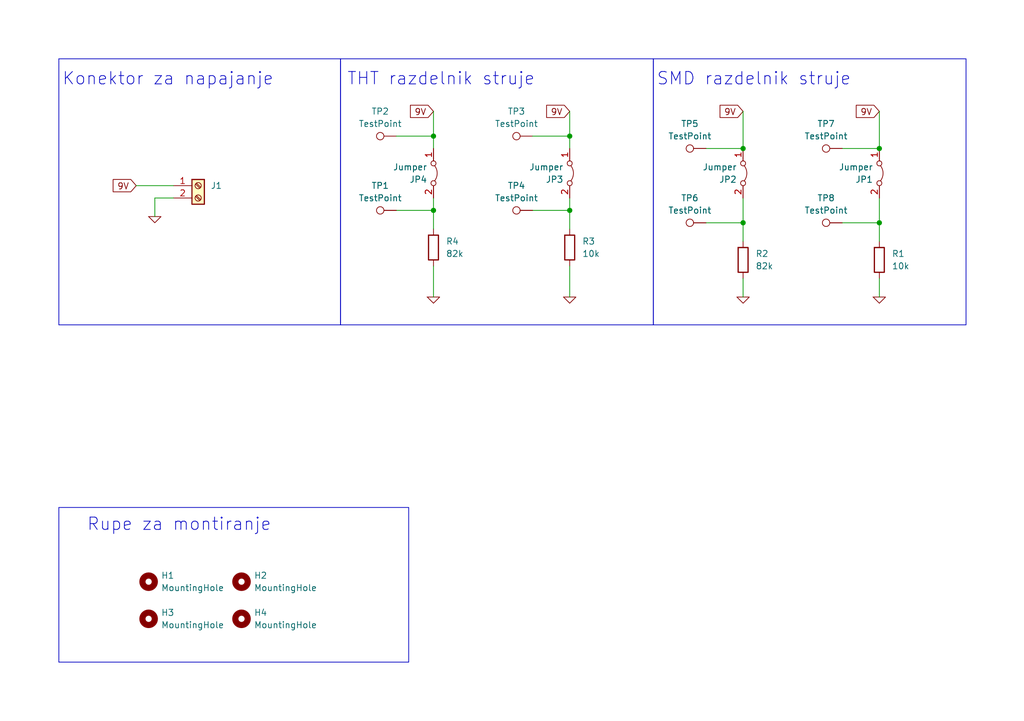
<source format=kicad_sch>
(kicad_sch
	(version 20250114)
	(generator "eeschema")
	(generator_version "9.0")
	(uuid "4bec5ddf-adbf-41fb-a069-c7630bb0044a")
	(paper "A5")
	(title_block
		(title "Razdelnik napona")
		(rev "v1")
	)
	(lib_symbols
		(symbol "Connector:Screw_Terminal_01x02"
			(pin_names
				(offset 1.016)
				(hide yes)
			)
			(exclude_from_sim no)
			(in_bom yes)
			(on_board yes)
			(property "Reference" "J"
				(at 0 2.54 0)
				(effects
					(font
						(size 1.27 1.27)
					)
				)
			)
			(property "Value" "Screw_Terminal_01x02"
				(at 0 -5.08 0)
				(effects
					(font
						(size 1.27 1.27)
					)
				)
			)
			(property "Footprint" ""
				(at 0 0 0)
				(effects
					(font
						(size 1.27 1.27)
					)
					(hide yes)
				)
			)
			(property "Datasheet" "~"
				(at 0 0 0)
				(effects
					(font
						(size 1.27 1.27)
					)
					(hide yes)
				)
			)
			(property "Description" "Generic screw terminal, single row, 01x02, script generated (kicad-library-utils/schlib/autogen/connector/)"
				(at 0 0 0)
				(effects
					(font
						(size 1.27 1.27)
					)
					(hide yes)
				)
			)
			(property "ki_keywords" "screw terminal"
				(at 0 0 0)
				(effects
					(font
						(size 1.27 1.27)
					)
					(hide yes)
				)
			)
			(property "ki_fp_filters" "TerminalBlock*:*"
				(at 0 0 0)
				(effects
					(font
						(size 1.27 1.27)
					)
					(hide yes)
				)
			)
			(symbol "Screw_Terminal_01x02_1_1"
				(rectangle
					(start -1.27 1.27)
					(end 1.27 -3.81)
					(stroke
						(width 0.254)
						(type default)
					)
					(fill
						(type background)
					)
				)
				(polyline
					(pts
						(xy -0.5334 0.3302) (xy 0.3302 -0.508)
					)
					(stroke
						(width 0.1524)
						(type default)
					)
					(fill
						(type none)
					)
				)
				(polyline
					(pts
						(xy -0.5334 -2.2098) (xy 0.3302 -3.048)
					)
					(stroke
						(width 0.1524)
						(type default)
					)
					(fill
						(type none)
					)
				)
				(polyline
					(pts
						(xy -0.3556 0.508) (xy 0.508 -0.3302)
					)
					(stroke
						(width 0.1524)
						(type default)
					)
					(fill
						(type none)
					)
				)
				(polyline
					(pts
						(xy -0.3556 -2.032) (xy 0.508 -2.8702)
					)
					(stroke
						(width 0.1524)
						(type default)
					)
					(fill
						(type none)
					)
				)
				(circle
					(center 0 0)
					(radius 0.635)
					(stroke
						(width 0.1524)
						(type default)
					)
					(fill
						(type none)
					)
				)
				(circle
					(center 0 -2.54)
					(radius 0.635)
					(stroke
						(width 0.1524)
						(type default)
					)
					(fill
						(type none)
					)
				)
				(pin passive line
					(at -5.08 0 0)
					(length 3.81)
					(name "Pin_1"
						(effects
							(font
								(size 1.27 1.27)
							)
						)
					)
					(number "1"
						(effects
							(font
								(size 1.27 1.27)
							)
						)
					)
				)
				(pin passive line
					(at -5.08 -2.54 0)
					(length 3.81)
					(name "Pin_2"
						(effects
							(font
								(size 1.27 1.27)
							)
						)
					)
					(number "2"
						(effects
							(font
								(size 1.27 1.27)
							)
						)
					)
				)
			)
			(embedded_fonts no)
		)
		(symbol "Connector:TestPoint"
			(pin_numbers
				(hide yes)
			)
			(pin_names
				(offset 0.762)
				(hide yes)
			)
			(exclude_from_sim no)
			(in_bom yes)
			(on_board yes)
			(property "Reference" "TP"
				(at 0 6.858 0)
				(effects
					(font
						(size 1.27 1.27)
					)
				)
			)
			(property "Value" "TestPoint"
				(at 0 5.08 0)
				(effects
					(font
						(size 1.27 1.27)
					)
				)
			)
			(property "Footprint" ""
				(at 5.08 0 0)
				(effects
					(font
						(size 1.27 1.27)
					)
					(hide yes)
				)
			)
			(property "Datasheet" "~"
				(at 5.08 0 0)
				(effects
					(font
						(size 1.27 1.27)
					)
					(hide yes)
				)
			)
			(property "Description" "test point"
				(at 0 0 0)
				(effects
					(font
						(size 1.27 1.27)
					)
					(hide yes)
				)
			)
			(property "ki_keywords" "test point tp"
				(at 0 0 0)
				(effects
					(font
						(size 1.27 1.27)
					)
					(hide yes)
				)
			)
			(property "ki_fp_filters" "Pin* Test*"
				(at 0 0 0)
				(effects
					(font
						(size 1.27 1.27)
					)
					(hide yes)
				)
			)
			(symbol "TestPoint_0_1"
				(circle
					(center 0 3.302)
					(radius 0.762)
					(stroke
						(width 0)
						(type default)
					)
					(fill
						(type none)
					)
				)
			)
			(symbol "TestPoint_1_1"
				(pin passive line
					(at 0 0 90)
					(length 2.54)
					(name "1"
						(effects
							(font
								(size 1.27 1.27)
							)
						)
					)
					(number "1"
						(effects
							(font
								(size 1.27 1.27)
							)
						)
					)
				)
			)
			(embedded_fonts no)
		)
		(symbol "Device:R"
			(pin_numbers
				(hide yes)
			)
			(pin_names
				(offset 0)
			)
			(exclude_from_sim no)
			(in_bom yes)
			(on_board yes)
			(property "Reference" "R"
				(at 2.032 0 90)
				(effects
					(font
						(size 1.27 1.27)
					)
				)
			)
			(property "Value" "R"
				(at 0 0 90)
				(effects
					(font
						(size 1.27 1.27)
					)
				)
			)
			(property "Footprint" ""
				(at -1.778 0 90)
				(effects
					(font
						(size 1.27 1.27)
					)
					(hide yes)
				)
			)
			(property "Datasheet" "~"
				(at 0 0 0)
				(effects
					(font
						(size 1.27 1.27)
					)
					(hide yes)
				)
			)
			(property "Description" "Resistor"
				(at 0 0 0)
				(effects
					(font
						(size 1.27 1.27)
					)
					(hide yes)
				)
			)
			(property "ki_keywords" "R res resistor"
				(at 0 0 0)
				(effects
					(font
						(size 1.27 1.27)
					)
					(hide yes)
				)
			)
			(property "ki_fp_filters" "R_*"
				(at 0 0 0)
				(effects
					(font
						(size 1.27 1.27)
					)
					(hide yes)
				)
			)
			(symbol "R_0_1"
				(rectangle
					(start -1.016 -2.54)
					(end 1.016 2.54)
					(stroke
						(width 0.254)
						(type default)
					)
					(fill
						(type none)
					)
				)
			)
			(symbol "R_1_1"
				(pin passive line
					(at 0 3.81 270)
					(length 1.27)
					(name "~"
						(effects
							(font
								(size 1.27 1.27)
							)
						)
					)
					(number "1"
						(effects
							(font
								(size 1.27 1.27)
							)
						)
					)
				)
				(pin passive line
					(at 0 -3.81 90)
					(length 1.27)
					(name "~"
						(effects
							(font
								(size 1.27 1.27)
							)
						)
					)
					(number "2"
						(effects
							(font
								(size 1.27 1.27)
							)
						)
					)
				)
			)
			(embedded_fonts no)
		)
		(symbol "Jumper:Jumper_2_Bridged"
			(pin_names
				(offset 0)
				(hide yes)
			)
			(exclude_from_sim no)
			(in_bom yes)
			(on_board yes)
			(property "Reference" "JP"
				(at 0 1.905 0)
				(effects
					(font
						(size 1.27 1.27)
					)
				)
			)
			(property "Value" "Jumper_2_Bridged"
				(at 0 -2.54 0)
				(effects
					(font
						(size 1.27 1.27)
					)
				)
			)
			(property "Footprint" ""
				(at 0 0 0)
				(effects
					(font
						(size 1.27 1.27)
					)
					(hide yes)
				)
			)
			(property "Datasheet" "~"
				(at 0 0 0)
				(effects
					(font
						(size 1.27 1.27)
					)
					(hide yes)
				)
			)
			(property "Description" "Jumper, 2-pole, closed/bridged"
				(at 0 0 0)
				(effects
					(font
						(size 1.27 1.27)
					)
					(hide yes)
				)
			)
			(property "ki_keywords" "Jumper SPST"
				(at 0 0 0)
				(effects
					(font
						(size 1.27 1.27)
					)
					(hide yes)
				)
			)
			(property "ki_fp_filters" "Jumper* TestPoint*2Pads* TestPoint*Bridge*"
				(at 0 0 0)
				(effects
					(font
						(size 1.27 1.27)
					)
					(hide yes)
				)
			)
			(symbol "Jumper_2_Bridged_0_0"
				(circle
					(center -2.032 0)
					(radius 0.508)
					(stroke
						(width 0)
						(type default)
					)
					(fill
						(type none)
					)
				)
				(circle
					(center 2.032 0)
					(radius 0.508)
					(stroke
						(width 0)
						(type default)
					)
					(fill
						(type none)
					)
				)
			)
			(symbol "Jumper_2_Bridged_0_1"
				(arc
					(start -1.524 0.254)
					(mid 0 0.762)
					(end 1.524 0.254)
					(stroke
						(width 0)
						(type default)
					)
					(fill
						(type none)
					)
				)
			)
			(symbol "Jumper_2_Bridged_1_1"
				(pin passive line
					(at -5.08 0 0)
					(length 2.54)
					(name "A"
						(effects
							(font
								(size 1.27 1.27)
							)
						)
					)
					(number "1"
						(effects
							(font
								(size 1.27 1.27)
							)
						)
					)
				)
				(pin passive line
					(at 5.08 0 180)
					(length 2.54)
					(name "B"
						(effects
							(font
								(size 1.27 1.27)
							)
						)
					)
					(number "2"
						(effects
							(font
								(size 1.27 1.27)
							)
						)
					)
				)
			)
			(embedded_fonts no)
		)
		(symbol "Mechanical:MountingHole"
			(pin_names
				(offset 1.016)
			)
			(exclude_from_sim no)
			(in_bom yes)
			(on_board yes)
			(property "Reference" "H"
				(at 0 5.08 0)
				(effects
					(font
						(size 1.27 1.27)
					)
				)
			)
			(property "Value" "MountingHole"
				(at 0 3.175 0)
				(effects
					(font
						(size 1.27 1.27)
					)
				)
			)
			(property "Footprint" ""
				(at 0 0 0)
				(effects
					(font
						(size 1.27 1.27)
					)
					(hide yes)
				)
			)
			(property "Datasheet" "~"
				(at 0 0 0)
				(effects
					(font
						(size 1.27 1.27)
					)
					(hide yes)
				)
			)
			(property "Description" "Mounting Hole without connection"
				(at 0 0 0)
				(effects
					(font
						(size 1.27 1.27)
					)
					(hide yes)
				)
			)
			(property "ki_keywords" "mounting hole"
				(at 0 0 0)
				(effects
					(font
						(size 1.27 1.27)
					)
					(hide yes)
				)
			)
			(property "ki_fp_filters" "MountingHole*"
				(at 0 0 0)
				(effects
					(font
						(size 1.27 1.27)
					)
					(hide yes)
				)
			)
			(symbol "MountingHole_0_1"
				(circle
					(center 0 0)
					(radius 1.27)
					(stroke
						(width 1.27)
						(type default)
					)
					(fill
						(type none)
					)
				)
			)
			(embedded_fonts no)
		)
		(symbol "Simulation_SPICE:0"
			(power)
			(pin_names
				(offset 0)
			)
			(exclude_from_sim no)
			(in_bom yes)
			(on_board yes)
			(property "Reference" "#GND"
				(at 0 -2.54 0)
				(effects
					(font
						(size 1.27 1.27)
					)
					(hide yes)
				)
			)
			(property "Value" "0"
				(at 0 -1.778 0)
				(effects
					(font
						(size 1.27 1.27)
					)
				)
			)
			(property "Footprint" ""
				(at 0 0 0)
				(effects
					(font
						(size 1.27 1.27)
					)
					(hide yes)
				)
			)
			(property "Datasheet" "~"
				(at 0 0 0)
				(effects
					(font
						(size 1.27 1.27)
					)
					(hide yes)
				)
			)
			(property "Description" "0V reference potential for simulation"
				(at 0 0 0)
				(effects
					(font
						(size 1.27 1.27)
					)
					(hide yes)
				)
			)
			(property "ki_keywords" "simulation"
				(at 0 0 0)
				(effects
					(font
						(size 1.27 1.27)
					)
					(hide yes)
				)
			)
			(symbol "0_0_1"
				(polyline
					(pts
						(xy -1.27 0) (xy 0 -1.27) (xy 1.27 0) (xy -1.27 0)
					)
					(stroke
						(width 0)
						(type default)
					)
					(fill
						(type none)
					)
				)
			)
			(symbol "0_1_1"
				(pin power_in line
					(at 0 0 0)
					(length 0)
					(hide yes)
					(name "0"
						(effects
							(font
								(size 1.016 1.016)
							)
						)
					)
					(number "1"
						(effects
							(font
								(size 1.016 1.016)
							)
						)
					)
				)
			)
			(embedded_fonts no)
		)
	)
	(rectangle
		(start 12.065 12.065)
		(end 69.85 66.675)
		(stroke
			(width 0)
			(type default)
		)
		(fill
			(type none)
		)
		(uuid 38749e43-3110-4f59-8ac6-76775dd37de5)
	)
	(rectangle
		(start 12.065 104.14)
		(end 83.82 135.89)
		(stroke
			(width 0)
			(type default)
		)
		(fill
			(type none)
		)
		(uuid 81b9c5dc-703e-43b5-ad34-0becdc64748b)
	)
	(rectangle
		(start 69.85 12.065)
		(end 133.985 66.675)
		(stroke
			(width 0)
			(type default)
		)
		(fill
			(type none)
		)
		(uuid bb8bf397-fe9e-4f27-83cf-da3cfbf8f5c0)
	)
	(rectangle
		(start 133.985 12.065)
		(end 198.12 66.675)
		(stroke
			(width 0)
			(type default)
		)
		(fill
			(type none)
		)
		(uuid ec24c707-78fb-490c-be87-1a03f61a0860)
	)
	(text "SMD razdelnik struje"
		(exclude_from_sim no)
		(at 134.62 17.78 0)
		(effects
			(font
				(size 2.54 2.54)
			)
			(justify left bottom)
		)
		(uuid "054dde91-a216-4642-8850-8ca32e1eef67")
	)
	(text "Rupe za montiranje\n"
		(exclude_from_sim no)
		(at 17.78 109.22 0)
		(effects
			(font
				(size 2.54 2.54)
			)
			(justify left bottom)
		)
		(uuid "2a4bf67d-83bf-4c30-a6e3-5f60222c600a")
	)
	(text "Konektor za napajanje"
		(exclude_from_sim no)
		(at 12.7 17.78 0)
		(effects
			(font
				(size 2.54 2.54)
			)
			(justify left bottom)
		)
		(uuid "7adc5d2b-b8ad-46b4-be92-74dfb29a0d16")
	)
	(text "THT razdelnik struje"
		(exclude_from_sim no)
		(at 71.12 17.78 0)
		(effects
			(font
				(size 2.54 2.54)
			)
			(justify left bottom)
		)
		(uuid "a0f6d9b0-5a3e-47ab-948b-323d2eea09f2")
	)
	(junction
		(at 180.34 30.48)
		(diameter 0)
		(color 0 0 0 0)
		(uuid "02f8af8d-0abb-4d84-90a1-0f96c05c93f4")
	)
	(junction
		(at 116.84 43.18)
		(diameter 0)
		(color 0 0 0 0)
		(uuid "1245ea04-4b59-4ed3-a8c5-542209760052")
	)
	(junction
		(at 180.34 45.72)
		(diameter 0)
		(color 0 0 0 0)
		(uuid "1ad99fad-cc56-4135-8788-c43234d7b3f2")
	)
	(junction
		(at 116.84 27.94)
		(diameter 0)
		(color 0 0 0 0)
		(uuid "5bf2a0f4-b959-4ad3-9968-b729ac39862c")
	)
	(junction
		(at 88.9 27.94)
		(diameter 0)
		(color 0 0 0 0)
		(uuid "6003865d-7e25-4a87-9c5d-401d7b793f24")
	)
	(junction
		(at 152.4 45.72)
		(diameter 0)
		(color 0 0 0 0)
		(uuid "b7b0c87f-da66-46cd-9751-ce7cb1d7d2f9")
	)
	(junction
		(at 152.4 30.48)
		(diameter 0)
		(color 0 0 0 0)
		(uuid "c9c95fae-f093-4c0a-8287-baf1272be269")
	)
	(junction
		(at 88.9 43.18)
		(diameter 0)
		(color 0 0 0 0)
		(uuid "ed237e69-1ddc-446e-9c54-a28ba4be5e8c")
	)
	(wire
		(pts
			(xy 81.28 43.18) (xy 88.9 43.18)
		)
		(stroke
			(width 0)
			(type default)
		)
		(uuid "053a289a-2fac-42d6-9b01-3c0a78298b17")
	)
	(wire
		(pts
			(xy 172.72 30.48) (xy 180.34 30.48)
		)
		(stroke
			(width 0)
			(type default)
		)
		(uuid "0c664087-2c83-4364-8520-fc8ac76c2399")
	)
	(wire
		(pts
			(xy 109.22 43.18) (xy 116.84 43.18)
		)
		(stroke
			(width 0)
			(type default)
		)
		(uuid "1b431f99-53c6-4ab2-8e3f-431105d104a0")
	)
	(wire
		(pts
			(xy 31.75 40.64) (xy 35.56 40.64)
		)
		(stroke
			(width 0)
			(type default)
		)
		(uuid "1e5d4251-064b-45dc-871d-41dd0743c270")
	)
	(wire
		(pts
			(xy 116.84 27.94) (xy 116.84 30.48)
		)
		(stroke
			(width 0)
			(type default)
		)
		(uuid "3cb686c9-0e77-4088-83a2-18ac04c46618")
	)
	(wire
		(pts
			(xy 180.34 45.72) (xy 180.34 49.53)
		)
		(stroke
			(width 0)
			(type default)
		)
		(uuid "3fb2fc5f-6781-4288-bdd4-f1b330b552cd")
	)
	(wire
		(pts
			(xy 172.72 45.72) (xy 180.34 45.72)
		)
		(stroke
			(width 0)
			(type default)
		)
		(uuid "4bc5e54e-abc5-425a-8428-d90fde47cb95")
	)
	(wire
		(pts
			(xy 35.56 38.1) (xy 27.94 38.1)
		)
		(stroke
			(width 0)
			(type default)
		)
		(uuid "5ee097a4-201c-4fc3-b7b3-1c647e24d67b")
	)
	(wire
		(pts
			(xy 116.84 43.18) (xy 116.84 46.99)
		)
		(stroke
			(width 0)
			(type default)
		)
		(uuid "653272ac-71bb-4522-9cd9-dd2250e5cebc")
	)
	(wire
		(pts
			(xy 31.75 40.64) (xy 31.75 44.45)
		)
		(stroke
			(width 0)
			(type default)
		)
		(uuid "654194b6-c984-4ad6-b388-8ac8aa8f331f")
	)
	(wire
		(pts
			(xy 152.4 22.86) (xy 152.4 30.48)
		)
		(stroke
			(width 0)
			(type default)
		)
		(uuid "6889fab5-4d3e-4d9c-a766-a1ec7c478704")
	)
	(wire
		(pts
			(xy 144.78 30.48) (xy 152.4 30.48)
		)
		(stroke
			(width 0)
			(type default)
		)
		(uuid "718f4e24-febd-43c1-8fbe-d0a4bdb10f9c")
	)
	(wire
		(pts
			(xy 144.78 45.72) (xy 152.4 45.72)
		)
		(stroke
			(width 0)
			(type default)
		)
		(uuid "766db3cd-bf4a-484d-8fad-4a707ed2100c")
	)
	(wire
		(pts
			(xy 88.9 27.94) (xy 88.9 30.48)
		)
		(stroke
			(width 0)
			(type default)
		)
		(uuid "7f55a32a-b7b5-4b34-91e6-161122890d9e")
	)
	(wire
		(pts
			(xy 152.4 40.64) (xy 152.4 45.72)
		)
		(stroke
			(width 0)
			(type default)
		)
		(uuid "91e47e03-b2d5-4c29-80d3-a6c295c80674")
	)
	(wire
		(pts
			(xy 180.34 22.86) (xy 180.34 30.48)
		)
		(stroke
			(width 0)
			(type default)
		)
		(uuid "a51073c5-100f-4d09-b37a-1a2b98ce2534")
	)
	(wire
		(pts
			(xy 116.84 60.96) (xy 116.84 54.61)
		)
		(stroke
			(width 0)
			(type default)
		)
		(uuid "b6f9eace-43fc-4241-99cd-37f9a76aa49f")
	)
	(wire
		(pts
			(xy 88.9 22.86) (xy 88.9 27.94)
		)
		(stroke
			(width 0)
			(type default)
		)
		(uuid "b76d8e72-3b38-45f6-a168-9bf785d9c53d")
	)
	(wire
		(pts
			(xy 109.22 27.94) (xy 116.84 27.94)
		)
		(stroke
			(width 0)
			(type default)
		)
		(uuid "bbfbf0b6-b439-44b3-8de0-a769fcecaf6f")
	)
	(wire
		(pts
			(xy 81.28 27.94) (xy 88.9 27.94)
		)
		(stroke
			(width 0)
			(type default)
		)
		(uuid "bc48bfdd-c418-4253-bc34-6b6b8e1a1e1b")
	)
	(wire
		(pts
			(xy 152.4 57.15) (xy 152.4 60.96)
		)
		(stroke
			(width 0)
			(type default)
		)
		(uuid "c8e533c4-d6ac-4332-9710-af11af732d18")
	)
	(wire
		(pts
			(xy 152.4 45.72) (xy 152.4 49.53)
		)
		(stroke
			(width 0)
			(type default)
		)
		(uuid "cc640340-57e4-4d1a-8bc9-9ee85389ba77")
	)
	(wire
		(pts
			(xy 116.84 40.64) (xy 116.84 43.18)
		)
		(stroke
			(width 0)
			(type default)
		)
		(uuid "d3c79fe3-3fd8-4f8f-9247-5628f7a2c3f9")
	)
	(wire
		(pts
			(xy 88.9 40.64) (xy 88.9 43.18)
		)
		(stroke
			(width 0)
			(type default)
		)
		(uuid "d735fcab-dafb-4391-be77-51c7a7f1e122")
	)
	(wire
		(pts
			(xy 180.34 60.96) (xy 180.34 57.15)
		)
		(stroke
			(width 0)
			(type default)
		)
		(uuid "d9e92bd6-eb24-4751-a852-eb10aa36cf5c")
	)
	(wire
		(pts
			(xy 116.84 22.86) (xy 116.84 27.94)
		)
		(stroke
			(width 0)
			(type default)
		)
		(uuid "de67d769-b480-43ba-9d45-53c3d37aa32e")
	)
	(wire
		(pts
			(xy 180.34 40.64) (xy 180.34 45.72)
		)
		(stroke
			(width 0)
			(type default)
		)
		(uuid "dfac9b52-8a30-4412-accf-58c51cd1b635")
	)
	(wire
		(pts
			(xy 88.9 54.61) (xy 88.9 60.96)
		)
		(stroke
			(width 0)
			(type default)
		)
		(uuid "e0fa2681-7e61-4d62-8b14-0ce880689c07")
	)
	(wire
		(pts
			(xy 88.9 43.18) (xy 88.9 46.99)
		)
		(stroke
			(width 0)
			(type default)
		)
		(uuid "e63f9a28-c064-4fb3-8458-36f6c2d0cf42")
	)
	(global_label "9V"
		(shape input)
		(at 88.9 22.86 180)
		(fields_autoplaced yes)
		(effects
			(font
				(size 1.27 1.27)
			)
			(justify right)
		)
		(uuid "009c3c26-bbc7-4a81-adfb-b17a46a7c7eb")
		(property "Intersheetrefs" "${INTERSHEET_REFS}"
			(at 83.6167 22.86 0)
			(effects
				(font
					(size 1.27 1.27)
				)
				(justify right)
				(hide yes)
			)
		)
	)
	(global_label "9V"
		(shape input)
		(at 152.4 22.86 180)
		(fields_autoplaced yes)
		(effects
			(font
				(size 1.27 1.27)
			)
			(justify right)
		)
		(uuid "7097c59a-3bd8-43f8-ab95-0957785980c6")
		(property "Intersheetrefs" "${INTERSHEET_REFS}"
			(at 147.1167 22.86 0)
			(effects
				(font
					(size 1.27 1.27)
				)
				(justify right)
				(hide yes)
			)
		)
	)
	(global_label "9V"
		(shape input)
		(at 116.84 22.86 180)
		(fields_autoplaced yes)
		(effects
			(font
				(size 1.27 1.27)
			)
			(justify right)
		)
		(uuid "ac5cec04-a163-4eeb-b0b5-d94dae01c54b")
		(property "Intersheetrefs" "${INTERSHEET_REFS}"
			(at 111.5567 22.86 0)
			(effects
				(font
					(size 1.27 1.27)
				)
				(justify right)
				(hide yes)
			)
		)
	)
	(global_label "9V"
		(shape input)
		(at 180.34 22.86 180)
		(fields_autoplaced yes)
		(effects
			(font
				(size 1.27 1.27)
			)
			(justify right)
		)
		(uuid "af36d16f-0e16-4fbc-8d39-73684af764ba")
		(property "Intersheetrefs" "${INTERSHEET_REFS}"
			(at 175.0567 22.86 0)
			(effects
				(font
					(size 1.27 1.27)
				)
				(justify right)
				(hide yes)
			)
		)
	)
	(global_label "9V"
		(shape input)
		(at 27.94 38.1 180)
		(fields_autoplaced yes)
		(effects
			(font
				(size 1.27 1.27)
			)
			(justify right)
		)
		(uuid "f557f870-6070-47b0-86b6-441073acc03c")
		(property "Intersheetrefs" "${INTERSHEET_REFS}"
			(at 22.6567 38.1 0)
			(effects
				(font
					(size 1.27 1.27)
				)
				(justify right)
				(hide yes)
			)
		)
	)
	(symbol
		(lib_id "Mechanical:MountingHole")
		(at 30.48 127 0)
		(unit 1)
		(exclude_from_sim no)
		(in_bom yes)
		(on_board yes)
		(dnp no)
		(fields_autoplaced yes)
		(uuid "0c3764e9-1df8-4553-89ea-56bfbfbc7b81")
		(property "Reference" "H3"
			(at 33.02 125.73 0)
			(effects
				(font
					(size 1.27 1.27)
				)
				(justify left)
			)
		)
		(property "Value" "MountingHole"
			(at 33.02 128.27 0)
			(effects
				(font
					(size 1.27 1.27)
				)
				(justify left)
			)
		)
		(property "Footprint" "MountingHole:MountingHole_3.2mm_M3_ISO14580_Pad_TopBottom"
			(at 30.48 127 0)
			(effects
				(font
					(size 1.27 1.27)
				)
				(hide yes)
			)
		)
		(property "Datasheet" "~"
			(at 30.48 127 0)
			(effects
				(font
					(size 1.27 1.27)
				)
				(hide yes)
			)
		)
		(property "Description" ""
			(at 30.48 127 0)
			(effects
				(font
					(size 1.27 1.27)
				)
				(hide yes)
			)
		)
		(instances
			(project "002_strujni_razdelnik"
				(path "/4bec5ddf-adbf-41fb-a069-c7630bb0044a"
					(reference "H3")
					(unit 1)
				)
			)
		)
	)
	(symbol
		(lib_id "Connector:TestPoint")
		(at 109.22 43.18 90)
		(unit 1)
		(exclude_from_sim no)
		(in_bom yes)
		(on_board yes)
		(dnp no)
		(fields_autoplaced yes)
		(uuid "12548477-5024-44d2-a62a-46edfe2d2bd4")
		(property "Reference" "TP4"
			(at 105.918 38.1 90)
			(effects
				(font
					(size 1.27 1.27)
				)
			)
		)
		(property "Value" "TestPoint"
			(at 105.918 40.64 90)
			(effects
				(font
					(size 1.27 1.27)
				)
			)
		)
		(property "Footprint" "TestPoint:TestPoint_Pad_D2.5mm"
			(at 109.22 38.1 0)
			(effects
				(font
					(size 1.27 1.27)
				)
				(hide yes)
			)
		)
		(property "Datasheet" "~"
			(at 109.22 38.1 0)
			(effects
				(font
					(size 1.27 1.27)
				)
				(hide yes)
			)
		)
		(property "Description" ""
			(at 109.22 43.18 0)
			(effects
				(font
					(size 1.27 1.27)
				)
				(hide yes)
			)
		)
		(pin "1"
			(uuid "e886497f-0b3f-4808-bf35-31523a44052d")
		)
		(instances
			(project "002_strujni_razdelnik"
				(path "/4bec5ddf-adbf-41fb-a069-c7630bb0044a"
					(reference "TP4")
					(unit 1)
				)
			)
		)
	)
	(symbol
		(lib_id "Device:R")
		(at 152.4 53.34 0)
		(unit 1)
		(exclude_from_sim no)
		(in_bom yes)
		(on_board yes)
		(dnp no)
		(fields_autoplaced yes)
		(uuid "1953542e-212a-4831-a35c-6aa8dca24f58")
		(property "Reference" "R2"
			(at 154.94 52.0699 0)
			(effects
				(font
					(size 1.27 1.27)
				)
				(justify left)
			)
		)
		(property "Value" "82k"
			(at 154.94 54.6099 0)
			(effects
				(font
					(size 1.27 1.27)
				)
				(justify left)
			)
		)
		(property "Footprint" "Resistor_SMD:R_1206_3216Metric_Pad1.30x1.75mm_HandSolder"
			(at 150.622 53.34 90)
			(effects
				(font
					(size 1.27 1.27)
				)
				(hide yes)
			)
		)
		(property "Datasheet" "https://www.lcsc.com/datasheet/lcsc_datasheet_2206010145_UNI-ROYAL-Uniroyal-Elec-1206W4F8202T5E_C17979.pdf"
			(at 152.4 53.34 0)
			(effects
				(font
					(size 1.27 1.27)
				)
				(hide yes)
			)
		)
		(property "Description" ""
			(at 152.4 53.34 0)
			(effects
				(font
					(size 1.27 1.27)
				)
				(hide yes)
			)
		)
		(property "LCSC Part Number" "C17979"
			(at 152.4 53.34 0)
			(effects
				(font
					(size 1.27 1.27)
				)
				(hide yes)
			)
		)
		(property "JLCPCB Footprint" "1206"
			(at 152.4 53.34 0)
			(effects
				(font
					(size 1.27 1.27)
				)
				(hide yes)
			)
		)
		(pin "1"
			(uuid "00d4672e-8960-4ae4-a2a6-729292696d53")
		)
		(pin "2"
			(uuid "92a56ba7-ca1f-4d97-91b8-79ee182e5cba")
		)
		(instances
			(project "002_strujni_razdelnik"
				(path "/4bec5ddf-adbf-41fb-a069-c7630bb0044a"
					(reference "R2")
					(unit 1)
				)
			)
		)
	)
	(symbol
		(lib_id "Connector:TestPoint")
		(at 109.22 27.94 90)
		(unit 1)
		(exclude_from_sim no)
		(in_bom yes)
		(on_board yes)
		(dnp no)
		(fields_autoplaced yes)
		(uuid "34e89612-2646-40f0-b6ed-0a559bd0f6e8")
		(property "Reference" "TP3"
			(at 105.918 22.86 90)
			(effects
				(font
					(size 1.27 1.27)
				)
			)
		)
		(property "Value" "TestPoint"
			(at 105.918 25.4 90)
			(effects
				(font
					(size 1.27 1.27)
				)
			)
		)
		(property "Footprint" "TestPoint:TestPoint_Pad_D2.5mm"
			(at 109.22 22.86 0)
			(effects
				(font
					(size 1.27 1.27)
				)
				(hide yes)
			)
		)
		(property "Datasheet" "~"
			(at 109.22 22.86 0)
			(effects
				(font
					(size 1.27 1.27)
				)
				(hide yes)
			)
		)
		(property "Description" ""
			(at 109.22 27.94 0)
			(effects
				(font
					(size 1.27 1.27)
				)
				(hide yes)
			)
		)
		(pin "1"
			(uuid "ad0bd477-e63a-44fc-9dec-c952a340bcdc")
		)
		(instances
			(project "002_strujni_razdelnik"
				(path "/4bec5ddf-adbf-41fb-a069-c7630bb0044a"
					(reference "TP3")
					(unit 1)
				)
			)
		)
	)
	(symbol
		(lib_id "Simulation_SPICE:0")
		(at 152.4 60.96 0)
		(unit 1)
		(exclude_from_sim no)
		(in_bom yes)
		(on_board yes)
		(dnp no)
		(fields_autoplaced yes)
		(uuid "42637d87-587c-437c-8d8a-6b883f64a635")
		(property "Reference" "#GND05"
			(at 152.4 63.5 0)
			(effects
				(font
					(size 1.27 1.27)
				)
				(hide yes)
			)
		)
		(property "Value" "0"
			(at 152.4 58.42 0)
			(effects
				(font
					(size 1.27 1.27)
				)
				(hide yes)
			)
		)
		(property "Footprint" ""
			(at 152.4 60.96 0)
			(effects
				(font
					(size 1.27 1.27)
				)
				(hide yes)
			)
		)
		(property "Datasheet" "~"
			(at 152.4 60.96 0)
			(effects
				(font
					(size 1.27 1.27)
				)
				(hide yes)
			)
		)
		(property "Description" ""
			(at 152.4 60.96 0)
			(effects
				(font
					(size 1.27 1.27)
				)
				(hide yes)
			)
		)
		(pin "1"
			(uuid "b9501e2b-f445-4e35-9edb-55012d55e080")
		)
		(instances
			(project "002_strujni_razdelnik"
				(path "/4bec5ddf-adbf-41fb-a069-c7630bb0044a"
					(reference "#GND05")
					(unit 1)
				)
			)
		)
	)
	(symbol
		(lib_id "Device:R")
		(at 116.84 50.8 0)
		(unit 1)
		(exclude_from_sim no)
		(in_bom yes)
		(on_board yes)
		(dnp no)
		(fields_autoplaced yes)
		(uuid "43910248-d1e5-4e1f-8aca-f22550411473")
		(property "Reference" "R3"
			(at 119.38 49.53 0)
			(effects
				(font
					(size 1.27 1.27)
				)
				(justify left)
			)
		)
		(property "Value" "10k"
			(at 119.38 52.07 0)
			(effects
				(font
					(size 1.27 1.27)
				)
				(justify left)
			)
		)
		(property "Footprint" "Resistor_THT:R_Axial_DIN0207_L6.3mm_D2.5mm_P15.24mm_Horizontal"
			(at 115.062 50.8 90)
			(effects
				(font
					(size 1.27 1.27)
				)
				(hide yes)
			)
		)
		(property "Datasheet" "https://www.lcsc.com/datasheet/lcsc_datasheet_2304140030_TyoHM-RN1-4W10KFT-BA1_C410695.pdf"
			(at 116.84 50.8 0)
			(effects
				(font
					(size 1.27 1.27)
				)
				(hide yes)
			)
		)
		(property "Description" ""
			(at 116.84 50.8 0)
			(effects
				(font
					(size 1.27 1.27)
				)
				(hide yes)
			)
		)
		(property "LCSC Part Number" "C410695"
			(at 116.84 50.8 0)
			(effects
				(font
					(size 1.27 1.27)
				)
				(hide yes)
			)
		)
		(pin "1"
			(uuid "865c795f-4d6b-437f-a459-9168bf9358ca")
		)
		(pin "2"
			(uuid "40461c39-e900-442c-a4a6-4d191e293c4a")
		)
		(instances
			(project "002_strujni_razdelnik"
				(path "/4bec5ddf-adbf-41fb-a069-c7630bb0044a"
					(reference "R3")
					(unit 1)
				)
			)
		)
	)
	(symbol
		(lib_id "Connector:Screw_Terminal_01x02")
		(at 40.64 38.1 0)
		(unit 1)
		(exclude_from_sim yes)
		(in_bom yes)
		(on_board yes)
		(dnp no)
		(uuid "45364a6e-544b-4694-81d4-74b98dc02c1e")
		(property "Reference" "J1"
			(at 43.18 38.1 0)
			(effects
				(font
					(size 1.27 1.27)
				)
				(justify left)
			)
		)
		(property "Value" "Screw_Terminal_01x02"
			(at 43.18 40.64 0)
			(effects
				(font
					(size 1.27 1.27)
				)
				(justify left)
				(hide yes)
			)
		)
		(property "Footprint" "TerminalBlock_Phoenix:TerminalBlock_Phoenix_MKDS-1,5-2-5.08_1x02_P5.08mm_Horizontal"
			(at 40.64 38.1 0)
			(effects
				(font
					(size 1.27 1.27)
				)
				(hide yes)
			)
		)
		(property "Datasheet" "https://wmsc.lcsc.com/wmsc/upload/file/pdf/v2/lcsc/2301061230_DORABO-DB127V-5-08-2P-GN-S_C3018698.pdf"
			(at 40.64 38.1 0)
			(effects
				(font
					(size 1.27 1.27)
				)
				(hide yes)
			)
		)
		(property "Description" ""
			(at 40.64 38.1 0)
			(effects
				(font
					(size 1.27 1.27)
				)
				(hide yes)
			)
		)
		(property "LCSC Part Number" "C3018698"
			(at 40.64 38.1 0)
			(effects
				(font
					(size 1.27 1.27)
				)
				(hide yes)
			)
		)
		(pin "1"
			(uuid "47170e2e-fb57-4092-8466-8b037f490e80")
		)
		(pin "2"
			(uuid "a2ae4514-8540-4a08-baf5-eaa275955b29")
		)
		(instances
			(project "002_strujni_razdelnik"
				(path "/4bec5ddf-adbf-41fb-a069-c7630bb0044a"
					(reference "J1")
					(unit 1)
				)
			)
		)
	)
	(symbol
		(lib_id "Jumper:Jumper_2_Bridged")
		(at 116.84 35.56 270)
		(unit 1)
		(exclude_from_sim no)
		(in_bom yes)
		(on_board yes)
		(dnp no)
		(fields_autoplaced yes)
		(uuid "4876a508-9115-4d72-9b5b-ac2033002168")
		(property "Reference" "JP3"
			(at 115.57 36.83 90)
			(effects
				(font
					(size 1.27 1.27)
				)
				(justify right)
			)
		)
		(property "Value" "Jumper"
			(at 115.57 34.29 90)
			(effects
				(font
					(size 1.27 1.27)
				)
				(justify right)
			)
		)
		(property "Footprint" "Connector_PinHeader_2.54mm:PinHeader_1x02_P2.54mm_Vertical"
			(at 116.84 35.56 0)
			(effects
				(font
					(size 1.27 1.27)
				)
				(hide yes)
			)
		)
		(property "Datasheet" "https://www.lcsc.com/datasheet/lcsc_datasheet_2409302300_XFCN-PZ254V-11-02P_C492401.pdf"
			(at 116.84 35.56 0)
			(effects
				(font
					(size 1.27 1.27)
				)
				(hide yes)
			)
		)
		(property "Description" ""
			(at 116.84 35.56 0)
			(effects
				(font
					(size 1.27 1.27)
				)
				(hide yes)
			)
		)
		(property "LCSC Part Number" "C492401"
			(at 116.84 35.56 90)
			(effects
				(font
					(size 1.27 1.27)
				)
				(hide yes)
			)
		)
		(pin "2"
			(uuid "bbd34721-b791-4248-8223-6a6380a1e3ee")
		)
		(pin "1"
			(uuid "b6f084d6-1d55-4116-a8f3-5c64dfb67b45")
		)
		(instances
			(project "002_strujni_razdelnik"
				(path "/4bec5ddf-adbf-41fb-a069-c7630bb0044a"
					(reference "JP3")
					(unit 1)
				)
			)
		)
	)
	(symbol
		(lib_id "Connector:TestPoint")
		(at 144.78 30.48 90)
		(unit 1)
		(exclude_from_sim no)
		(in_bom yes)
		(on_board yes)
		(dnp no)
		(fields_autoplaced yes)
		(uuid "4f2646b6-3a56-4f7a-a234-9a37a75c6d20")
		(property "Reference" "TP5"
			(at 141.478 25.4 90)
			(effects
				(font
					(size 1.27 1.27)
				)
			)
		)
		(property "Value" "TestPoint"
			(at 141.478 27.94 90)
			(effects
				(font
					(size 1.27 1.27)
				)
			)
		)
		(property "Footprint" "TestPoint:TestPoint_Pad_D2.5mm"
			(at 144.78 25.4 0)
			(effects
				(font
					(size 1.27 1.27)
				)
				(hide yes)
			)
		)
		(property "Datasheet" "~"
			(at 144.78 25.4 0)
			(effects
				(font
					(size 1.27 1.27)
				)
				(hide yes)
			)
		)
		(property "Description" ""
			(at 144.78 30.48 0)
			(effects
				(font
					(size 1.27 1.27)
				)
				(hide yes)
			)
		)
		(pin "1"
			(uuid "9138a041-3049-4e78-af72-a41451830f9b")
		)
		(instances
			(project "002_strujni_razdelnik"
				(path "/4bec5ddf-adbf-41fb-a069-c7630bb0044a"
					(reference "TP5")
					(unit 1)
				)
			)
		)
	)
	(symbol
		(lib_id "Jumper:Jumper_2_Bridged")
		(at 152.4 35.56 270)
		(unit 1)
		(exclude_from_sim no)
		(in_bom yes)
		(on_board yes)
		(dnp no)
		(fields_autoplaced yes)
		(uuid "536151e7-65cb-458c-9d70-ac5d5bdf0179")
		(property "Reference" "JP2"
			(at 151.13 36.83 90)
			(effects
				(font
					(size 1.27 1.27)
				)
				(justify right)
			)
		)
		(property "Value" "Jumper"
			(at 151.13 34.29 90)
			(effects
				(font
					(size 1.27 1.27)
				)
				(justify right)
			)
		)
		(property "Footprint" "Connector_PinHeader_2.54mm:PinHeader_1x02_P2.54mm_Vertical"
			(at 152.4 35.56 0)
			(effects
				(font
					(size 1.27 1.27)
				)
				(hide yes)
			)
		)
		(property "Datasheet" "https://www.lcsc.com/datasheet/lcsc_datasheet_2409302300_XFCN-PZ254V-11-02P_C492401.pdf"
			(at 152.4 35.56 0)
			(effects
				(font
					(size 1.27 1.27)
				)
				(hide yes)
			)
		)
		(property "Description" ""
			(at 152.4 35.56 0)
			(effects
				(font
					(size 1.27 1.27)
				)
				(hide yes)
			)
		)
		(property "LCSC Part Number" "C492401"
			(at 152.4 35.56 90)
			(effects
				(font
					(size 1.27 1.27)
				)
				(hide yes)
			)
		)
		(pin "2"
			(uuid "6c2fe0dd-33ae-4ec2-b41f-b4e55d06f7b4")
		)
		(pin "1"
			(uuid "94bfaeb1-3c3b-4a9c-8cd0-c6cb5d147972")
		)
		(instances
			(project "002_strujni_razdelnik"
				(path "/4bec5ddf-adbf-41fb-a069-c7630bb0044a"
					(reference "JP2")
					(unit 1)
				)
			)
		)
	)
	(symbol
		(lib_id "Connector:TestPoint")
		(at 81.28 43.18 90)
		(unit 1)
		(exclude_from_sim no)
		(in_bom yes)
		(on_board yes)
		(dnp no)
		(fields_autoplaced yes)
		(uuid "62e84a3e-1985-4488-811b-db9bbbb308bb")
		(property "Reference" "TP1"
			(at 77.978 38.1 90)
			(effects
				(font
					(size 1.27 1.27)
				)
			)
		)
		(property "Value" "TestPoint"
			(at 77.978 40.64 90)
			(effects
				(font
					(size 1.27 1.27)
				)
			)
		)
		(property "Footprint" "TestPoint:TestPoint_Pad_D2.5mm"
			(at 81.28 38.1 0)
			(effects
				(font
					(size 1.27 1.27)
				)
				(hide yes)
			)
		)
		(property "Datasheet" "~"
			(at 81.28 38.1 0)
			(effects
				(font
					(size 1.27 1.27)
				)
				(hide yes)
			)
		)
		(property "Description" ""
			(at 81.28 43.18 0)
			(effects
				(font
					(size 1.27 1.27)
				)
				(hide yes)
			)
		)
		(pin "1"
			(uuid "e27df5eb-3368-4972-b4af-b820efca60eb")
		)
		(instances
			(project "002_strujni_razdelnik"
				(path "/4bec5ddf-adbf-41fb-a069-c7630bb0044a"
					(reference "TP1")
					(unit 1)
				)
			)
		)
	)
	(symbol
		(lib_id "Jumper:Jumper_2_Bridged")
		(at 180.34 35.56 270)
		(unit 1)
		(exclude_from_sim no)
		(in_bom yes)
		(on_board yes)
		(dnp no)
		(fields_autoplaced yes)
		(uuid "683d6683-dafd-46b4-9cae-35b2608211de")
		(property "Reference" "JP1"
			(at 179.07 36.83 90)
			(effects
				(font
					(size 1.27 1.27)
				)
				(justify right)
			)
		)
		(property "Value" "Jumper"
			(at 179.07 34.29 90)
			(effects
				(font
					(size 1.27 1.27)
				)
				(justify right)
			)
		)
		(property "Footprint" "Connector_PinHeader_2.54mm:PinHeader_1x02_P2.54mm_Vertical"
			(at 180.34 35.56 0)
			(effects
				(font
					(size 1.27 1.27)
				)
				(hide yes)
			)
		)
		(property "Datasheet" "https://www.lcsc.com/datasheet/lcsc_datasheet_2409302300_XFCN-PZ254V-11-02P_C492401.pdf"
			(at 180.34 35.56 0)
			(effects
				(font
					(size 1.27 1.27)
				)
				(hide yes)
			)
		)
		(property "Description" ""
			(at 180.34 35.56 0)
			(effects
				(font
					(size 1.27 1.27)
				)
				(hide yes)
			)
		)
		(property "LCSC Part Number" "C492401"
			(at 180.34 35.56 90)
			(effects
				(font
					(size 1.27 1.27)
				)
				(hide yes)
			)
		)
		(pin "2"
			(uuid "f65ac9bd-fe31-4ee8-b4f9-12209666b0ad")
		)
		(pin "1"
			(uuid "d186f315-995b-453a-959c-cbf03fe81981")
		)
		(instances
			(project "002_strujni_razdelnik"
				(path "/4bec5ddf-adbf-41fb-a069-c7630bb0044a"
					(reference "JP1")
					(unit 1)
				)
			)
		)
	)
	(symbol
		(lib_id "Mechanical:MountingHole")
		(at 49.53 119.38 0)
		(unit 1)
		(exclude_from_sim no)
		(in_bom yes)
		(on_board yes)
		(dnp no)
		(fields_autoplaced yes)
		(uuid "7380b1a0-f8b2-466b-b83a-f01ec9a63e25")
		(property "Reference" "H2"
			(at 52.07 118.11 0)
			(effects
				(font
					(size 1.27 1.27)
				)
				(justify left)
			)
		)
		(property "Value" "MountingHole"
			(at 52.07 120.65 0)
			(effects
				(font
					(size 1.27 1.27)
				)
				(justify left)
			)
		)
		(property "Footprint" "MountingHole:MountingHole_3.2mm_M3_ISO14580_Pad_TopBottom"
			(at 49.53 119.38 0)
			(effects
				(font
					(size 1.27 1.27)
				)
				(hide yes)
			)
		)
		(property "Datasheet" "~"
			(at 49.53 119.38 0)
			(effects
				(font
					(size 1.27 1.27)
				)
				(hide yes)
			)
		)
		(property "Description" ""
			(at 49.53 119.38 0)
			(effects
				(font
					(size 1.27 1.27)
				)
				(hide yes)
			)
		)
		(instances
			(project "002_strujni_razdelnik"
				(path "/4bec5ddf-adbf-41fb-a069-c7630bb0044a"
					(reference "H2")
					(unit 1)
				)
			)
		)
	)
	(symbol
		(lib_id "Device:R")
		(at 180.34 53.34 0)
		(unit 1)
		(exclude_from_sim no)
		(in_bom yes)
		(on_board yes)
		(dnp no)
		(uuid "78d4c986-552a-4318-84c1-459f9fdf3a0c")
		(property "Reference" "R1"
			(at 182.88 52.07 0)
			(effects
				(font
					(size 1.27 1.27)
				)
				(justify left)
			)
		)
		(property "Value" "10k"
			(at 182.88 54.61 0)
			(effects
				(font
					(size 1.27 1.27)
				)
				(justify left)
			)
		)
		(property "Footprint" "Resistor_SMD:R_1206_3216Metric_Pad1.30x1.75mm_HandSolder"
			(at 178.562 53.34 90)
			(effects
				(font
					(size 1.27 1.27)
				)
				(hide yes)
			)
		)
		(property "Datasheet" "https://jlcpcb.com/api/file/downloadByFileSystemAccessId/8579705876598476800"
			(at 180.34 53.34 0)
			(effects
				(font
					(size 1.27 1.27)
				)
				(hide yes)
			)
		)
		(property "Description" ""
			(at 180.34 53.34 0)
			(effects
				(font
					(size 1.27 1.27)
				)
				(hide yes)
			)
		)
		(property "LCSC Part Number" "C17902"
			(at 180.34 53.34 0)
			(effects
				(font
					(size 1.27 1.27)
				)
				(hide yes)
			)
		)
		(property "JLCPCB Footprint" "1206"
			(at 180.34 53.34 0)
			(effects
				(font
					(size 1.27 1.27)
				)
				(hide yes)
			)
		)
		(pin "1"
			(uuid "a221304e-8203-4c27-bc47-52db5566afaa")
		)
		(pin "2"
			(uuid "e944cf23-47fd-45e6-9d57-fa3331c3522d")
		)
		(instances
			(project "002_strujni_razdelnik"
				(path "/4bec5ddf-adbf-41fb-a069-c7630bb0044a"
					(reference "R1")
					(unit 1)
				)
			)
		)
	)
	(symbol
		(lib_id "Simulation_SPICE:0")
		(at 88.9 60.96 0)
		(unit 1)
		(exclude_from_sim no)
		(in_bom yes)
		(on_board yes)
		(dnp no)
		(fields_autoplaced yes)
		(uuid "79832693-173d-4a72-b20e-5efaa0aee29e")
		(property "Reference" "#GND04"
			(at 88.9 63.5 0)
			(effects
				(font
					(size 1.27 1.27)
				)
				(hide yes)
			)
		)
		(property "Value" "0"
			(at 88.9 58.42 0)
			(effects
				(font
					(size 1.27 1.27)
				)
				(hide yes)
			)
		)
		(property "Footprint" ""
			(at 88.9 60.96 0)
			(effects
				(font
					(size 1.27 1.27)
				)
				(hide yes)
			)
		)
		(property "Datasheet" "~"
			(at 88.9 60.96 0)
			(effects
				(font
					(size 1.27 1.27)
				)
				(hide yes)
			)
		)
		(property "Description" ""
			(at 88.9 60.96 0)
			(effects
				(font
					(size 1.27 1.27)
				)
				(hide yes)
			)
		)
		(pin "1"
			(uuid "fb735eca-9d95-4326-a5d1-927d332a481f")
		)
		(instances
			(project "002_strujni_razdelnik"
				(path "/4bec5ddf-adbf-41fb-a069-c7630bb0044a"
					(reference "#GND04")
					(unit 1)
				)
			)
		)
	)
	(symbol
		(lib_id "Connector:TestPoint")
		(at 172.72 45.72 90)
		(unit 1)
		(exclude_from_sim no)
		(in_bom yes)
		(on_board yes)
		(dnp no)
		(fields_autoplaced yes)
		(uuid "7a8319fb-0ac6-4663-8706-2102d65ee673")
		(property "Reference" "TP8"
			(at 169.418 40.64 90)
			(effects
				(font
					(size 1.27 1.27)
				)
			)
		)
		(property "Value" "TestPoint"
			(at 169.418 43.18 90)
			(effects
				(font
					(size 1.27 1.27)
				)
			)
		)
		(property "Footprint" "TestPoint:TestPoint_Pad_D2.5mm"
			(at 172.72 40.64 0)
			(effects
				(font
					(size 1.27 1.27)
				)
				(hide yes)
			)
		)
		(property "Datasheet" "~"
			(at 172.72 40.64 0)
			(effects
				(font
					(size 1.27 1.27)
				)
				(hide yes)
			)
		)
		(property "Description" ""
			(at 172.72 45.72 0)
			(effects
				(font
					(size 1.27 1.27)
				)
				(hide yes)
			)
		)
		(pin "1"
			(uuid "10d5a7c7-966d-4fba-a53a-39735386b073")
		)
		(instances
			(project "002_strujni_razdelnik"
				(path "/4bec5ddf-adbf-41fb-a069-c7630bb0044a"
					(reference "TP8")
					(unit 1)
				)
			)
		)
	)
	(symbol
		(lib_id "Connector:TestPoint")
		(at 172.72 30.48 90)
		(unit 1)
		(exclude_from_sim no)
		(in_bom yes)
		(on_board yes)
		(dnp no)
		(fields_autoplaced yes)
		(uuid "8246bda4-1adf-448a-94e7-873e2ac71aa3")
		(property "Reference" "TP7"
			(at 169.418 25.4 90)
			(effects
				(font
					(size 1.27 1.27)
				)
			)
		)
		(property "Value" "TestPoint"
			(at 169.418 27.94 90)
			(effects
				(font
					(size 1.27 1.27)
				)
			)
		)
		(property "Footprint" "TestPoint:TestPoint_Pad_D2.5mm"
			(at 172.72 25.4 0)
			(effects
				(font
					(size 1.27 1.27)
				)
				(hide yes)
			)
		)
		(property "Datasheet" "~"
			(at 172.72 25.4 0)
			(effects
				(font
					(size 1.27 1.27)
				)
				(hide yes)
			)
		)
		(property "Description" ""
			(at 172.72 30.48 0)
			(effects
				(font
					(size 1.27 1.27)
				)
				(hide yes)
			)
		)
		(pin "1"
			(uuid "9bf27636-6918-4b55-91a0-df9ca198998b")
		)
		(instances
			(project "002_strujni_razdelnik"
				(path "/4bec5ddf-adbf-41fb-a069-c7630bb0044a"
					(reference "TP7")
					(unit 1)
				)
			)
		)
	)
	(symbol
		(lib_id "Mechanical:MountingHole")
		(at 30.48 119.38 0)
		(unit 1)
		(exclude_from_sim no)
		(in_bom yes)
		(on_board yes)
		(dnp no)
		(fields_autoplaced yes)
		(uuid "89b32dda-3684-4232-b25f-42934ae80d4f")
		(property "Reference" "H1"
			(at 33.02 118.11 0)
			(effects
				(font
					(size 1.27 1.27)
				)
				(justify left)
			)
		)
		(property "Value" "MountingHole"
			(at 33.02 120.65 0)
			(effects
				(font
					(size 1.27 1.27)
				)
				(justify left)
			)
		)
		(property "Footprint" "MountingHole:MountingHole_3.2mm_M3_ISO14580_Pad_TopBottom"
			(at 30.48 119.38 0)
			(effects
				(font
					(size 1.27 1.27)
				)
				(hide yes)
			)
		)
		(property "Datasheet" "~"
			(at 30.48 119.38 0)
			(effects
				(font
					(size 1.27 1.27)
				)
				(hide yes)
			)
		)
		(property "Description" ""
			(at 30.48 119.38 0)
			(effects
				(font
					(size 1.27 1.27)
				)
				(hide yes)
			)
		)
		(instances
			(project "002_strujni_razdelnik"
				(path "/4bec5ddf-adbf-41fb-a069-c7630bb0044a"
					(reference "H1")
					(unit 1)
				)
			)
		)
	)
	(symbol
		(lib_id "Jumper:Jumper_2_Bridged")
		(at 88.9 35.56 270)
		(unit 1)
		(exclude_from_sim no)
		(in_bom yes)
		(on_board yes)
		(dnp no)
		(fields_autoplaced yes)
		(uuid "99b4485c-359c-4561-bee8-ce6ebc07ed62")
		(property "Reference" "JP4"
			(at 87.63 36.83 90)
			(effects
				(font
					(size 1.27 1.27)
				)
				(justify right)
			)
		)
		(property "Value" "Jumper"
			(at 87.63 34.29 90)
			(effects
				(font
					(size 1.27 1.27)
				)
				(justify right)
			)
		)
		(property "Footprint" "Connector_PinHeader_2.54mm:PinHeader_1x02_P2.54mm_Vertical"
			(at 88.9 35.56 0)
			(effects
				(font
					(size 1.27 1.27)
				)
				(hide yes)
			)
		)
		(property "Datasheet" "https://www.lcsc.com/datasheet/lcsc_datasheet_2409302300_XFCN-PZ254V-11-02P_C492401.pdf"
			(at 88.9 35.56 0)
			(effects
				(font
					(size 1.27 1.27)
				)
				(hide yes)
			)
		)
		(property "Description" ""
			(at 88.9 35.56 0)
			(effects
				(font
					(size 1.27 1.27)
				)
				(hide yes)
			)
		)
		(property "LCSC Part Number" "C492401"
			(at 88.9 35.56 90)
			(effects
				(font
					(size 1.27 1.27)
				)
				(hide yes)
			)
		)
		(pin "2"
			(uuid "66d54ed7-e608-4075-a9d2-7ec347a95cc0")
		)
		(pin "1"
			(uuid "c94f877c-3e00-45e4-9542-cda26b3f58f2")
		)
		(instances
			(project "002_strujni_razdelnik"
				(path "/4bec5ddf-adbf-41fb-a069-c7630bb0044a"
					(reference "JP4")
					(unit 1)
				)
			)
		)
	)
	(symbol
		(lib_id "Mechanical:MountingHole")
		(at 49.53 127 0)
		(unit 1)
		(exclude_from_sim no)
		(in_bom yes)
		(on_board yes)
		(dnp no)
		(fields_autoplaced yes)
		(uuid "a659e5e8-81b3-4c67-aafb-95f68da7b68f")
		(property "Reference" "H4"
			(at 52.07 125.73 0)
			(effects
				(font
					(size 1.27 1.27)
				)
				(justify left)
			)
		)
		(property "Value" "MountingHole"
			(at 52.07 128.27 0)
			(effects
				(font
					(size 1.27 1.27)
				)
				(justify left)
			)
		)
		(property "Footprint" "MountingHole:MountingHole_3.2mm_M3_ISO14580_Pad_TopBottom"
			(at 49.53 127 0)
			(effects
				(font
					(size 1.27 1.27)
				)
				(hide yes)
			)
		)
		(property "Datasheet" "~"
			(at 49.53 127 0)
			(effects
				(font
					(size 1.27 1.27)
				)
				(hide yes)
			)
		)
		(property "Description" ""
			(at 49.53 127 0)
			(effects
				(font
					(size 1.27 1.27)
				)
				(hide yes)
			)
		)
		(instances
			(project "002_strujni_razdelnik"
				(path "/4bec5ddf-adbf-41fb-a069-c7630bb0044a"
					(reference "H4")
					(unit 1)
				)
			)
		)
	)
	(symbol
		(lib_id "Simulation_SPICE:0")
		(at 116.84 60.96 0)
		(unit 1)
		(exclude_from_sim no)
		(in_bom yes)
		(on_board yes)
		(dnp no)
		(fields_autoplaced yes)
		(uuid "c2ece368-bfbe-4ed2-9b66-e5f8b1f3c184")
		(property "Reference" "#GND01"
			(at 116.84 63.5 0)
			(effects
				(font
					(size 1.27 1.27)
				)
				(hide yes)
			)
		)
		(property "Value" "0"
			(at 116.84 58.42 0)
			(effects
				(font
					(size 1.27 1.27)
				)
				(hide yes)
			)
		)
		(property "Footprint" ""
			(at 116.84 60.96 0)
			(effects
				(font
					(size 1.27 1.27)
				)
				(hide yes)
			)
		)
		(property "Datasheet" "~"
			(at 116.84 60.96 0)
			(effects
				(font
					(size 1.27 1.27)
				)
				(hide yes)
			)
		)
		(property "Description" ""
			(at 116.84 60.96 0)
			(effects
				(font
					(size 1.27 1.27)
				)
				(hide yes)
			)
		)
		(pin "1"
			(uuid "cb38ab3f-c8cb-4537-9186-559d1fa19546")
		)
		(instances
			(project "002_strujni_razdelnik"
				(path "/4bec5ddf-adbf-41fb-a069-c7630bb0044a"
					(reference "#GND01")
					(unit 1)
				)
			)
		)
	)
	(symbol
		(lib_id "Connector:TestPoint")
		(at 144.78 45.72 90)
		(unit 1)
		(exclude_from_sim no)
		(in_bom yes)
		(on_board yes)
		(dnp no)
		(fields_autoplaced yes)
		(uuid "d779f8af-c194-4675-8d1b-9fb9542c3ca6")
		(property "Reference" "TP6"
			(at 141.478 40.64 90)
			(effects
				(font
					(size 1.27 1.27)
				)
			)
		)
		(property "Value" "TestPoint"
			(at 141.478 43.18 90)
			(effects
				(font
					(size 1.27 1.27)
				)
			)
		)
		(property "Footprint" "TestPoint:TestPoint_Pad_D2.5mm"
			(at 144.78 40.64 0)
			(effects
				(font
					(size 1.27 1.27)
				)
				(hide yes)
			)
		)
		(property "Datasheet" "~"
			(at 144.78 40.64 0)
			(effects
				(font
					(size 1.27 1.27)
				)
				(hide yes)
			)
		)
		(property "Description" ""
			(at 144.78 45.72 0)
			(effects
				(font
					(size 1.27 1.27)
				)
				(hide yes)
			)
		)
		(pin "1"
			(uuid "557b4550-addf-4af3-982b-3cf7ef671be6")
		)
		(instances
			(project "002_strujni_razdelnik"
				(path "/4bec5ddf-adbf-41fb-a069-c7630bb0044a"
					(reference "TP6")
					(unit 1)
				)
			)
		)
	)
	(symbol
		(lib_id "Simulation_SPICE:0")
		(at 180.34 60.96 0)
		(unit 1)
		(exclude_from_sim no)
		(in_bom yes)
		(on_board yes)
		(dnp no)
		(fields_autoplaced yes)
		(uuid "edd84bb4-28fc-468f-a68f-07629830e67f")
		(property "Reference" "#GND02"
			(at 180.34 63.5 0)
			(effects
				(font
					(size 1.27 1.27)
				)
				(hide yes)
			)
		)
		(property "Value" "0"
			(at 180.34 58.42 0)
			(effects
				(font
					(size 1.27 1.27)
				)
				(hide yes)
			)
		)
		(property "Footprint" ""
			(at 180.34 60.96 0)
			(effects
				(font
					(size 1.27 1.27)
				)
				(hide yes)
			)
		)
		(property "Datasheet" "~"
			(at 180.34 60.96 0)
			(effects
				(font
					(size 1.27 1.27)
				)
				(hide yes)
			)
		)
		(property "Description" ""
			(at 180.34 60.96 0)
			(effects
				(font
					(size 1.27 1.27)
				)
				(hide yes)
			)
		)
		(pin "1"
			(uuid "e50c6291-87b9-4c78-baa2-e34372067bbe")
		)
		(instances
			(project "002_strujni_razdelnik"
				(path "/4bec5ddf-adbf-41fb-a069-c7630bb0044a"
					(reference "#GND02")
					(unit 1)
				)
			)
		)
	)
	(symbol
		(lib_id "Simulation_SPICE:0")
		(at 31.75 44.45 0)
		(unit 1)
		(exclude_from_sim no)
		(in_bom yes)
		(on_board yes)
		(dnp no)
		(fields_autoplaced yes)
		(uuid "f2ac4775-877a-4141-8907-ad233a8a7296")
		(property "Reference" "#GND03"
			(at 31.75 46.99 0)
			(effects
				(font
					(size 1.27 1.27)
				)
				(hide yes)
			)
		)
		(property "Value" "0"
			(at 31.75 41.91 0)
			(effects
				(font
					(size 1.27 1.27)
				)
				(hide yes)
			)
		)
		(property "Footprint" ""
			(at 31.75 44.45 0)
			(effects
				(font
					(size 1.27 1.27)
				)
				(hide yes)
			)
		)
		(property "Datasheet" "~"
			(at 31.75 44.45 0)
			(effects
				(font
					(size 1.27 1.27)
				)
				(hide yes)
			)
		)
		(property "Description" ""
			(at 31.75 44.45 0)
			(effects
				(font
					(size 1.27 1.27)
				)
				(hide yes)
			)
		)
		(pin "1"
			(uuid "c0e9d8dc-d3e0-4034-8596-7e482772d8d1")
		)
		(instances
			(project "002_strujni_razdelnik"
				(path "/4bec5ddf-adbf-41fb-a069-c7630bb0044a"
					(reference "#GND03")
					(unit 1)
				)
			)
		)
	)
	(symbol
		(lib_id "Device:R")
		(at 88.9 50.8 180)
		(unit 1)
		(exclude_from_sim no)
		(in_bom yes)
		(on_board yes)
		(dnp no)
		(fields_autoplaced yes)
		(uuid "fa8476f3-e2d6-4341-a6a5-9707c854dbee")
		(property "Reference" "R4"
			(at 91.44 49.5299 0)
			(effects
				(font
					(size 1.27 1.27)
				)
				(justify right)
			)
		)
		(property "Value" "82k"
			(at 91.44 52.0699 0)
			(effects
				(font
					(size 1.27 1.27)
				)
				(justify right)
			)
		)
		(property "Footprint" "Resistor_THT:R_Axial_DIN0207_L6.3mm_D2.5mm_P15.24mm_Horizontal"
			(at 90.678 50.8 90)
			(effects
				(font
					(size 1.27 1.27)
				)
				(hide yes)
			)
		)
		(property "Datasheet" "https://wmsc.lcsc.com/wmsc/upload/file/pdf/v2/lcsc/2304140030_VO-MF1-4W-82K-1--OT26_C601724.pdf"
			(at 88.9 50.8 0)
			(effects
				(font
					(size 1.27 1.27)
				)
				(hide yes)
			)
		)
		(property "Description" ""
			(at 88.9 50.8 0)
			(effects
				(font
					(size 1.27 1.27)
				)
				(hide yes)
			)
		)
		(property "LCSC Part Number" "C601724"
			(at 88.9 50.8 0)
			(effects
				(font
					(size 1.27 1.27)
				)
				(hide yes)
			)
		)
		(pin "1"
			(uuid "7bb17628-5640-4ff7-84f5-cc95fe714874")
		)
		(pin "2"
			(uuid "72a51310-3e60-401c-a97b-440e7ba0acc0")
		)
		(instances
			(project "002_strujni_razdelnik"
				(path "/4bec5ddf-adbf-41fb-a069-c7630bb0044a"
					(reference "R4")
					(unit 1)
				)
			)
		)
	)
	(symbol
		(lib_id "Connector:TestPoint")
		(at 81.28 27.94 90)
		(unit 1)
		(exclude_from_sim no)
		(in_bom yes)
		(on_board yes)
		(dnp no)
		(fields_autoplaced yes)
		(uuid "fc0185d9-fbc0-4d16-90af-d89d179dd52c")
		(property "Reference" "TP2"
			(at 77.978 22.86 90)
			(effects
				(font
					(size 1.27 1.27)
				)
			)
		)
		(property "Value" "TestPoint"
			(at 77.978 25.4 90)
			(effects
				(font
					(size 1.27 1.27)
				)
			)
		)
		(property "Footprint" "TestPoint:TestPoint_Pad_D2.5mm"
			(at 81.28 22.86 0)
			(effects
				(font
					(size 1.27 1.27)
				)
				(hide yes)
			)
		)
		(property "Datasheet" "~"
			(at 81.28 22.86 0)
			(effects
				(font
					(size 1.27 1.27)
				)
				(hide yes)
			)
		)
		(property "Description" ""
			(at 81.28 27.94 0)
			(effects
				(font
					(size 1.27 1.27)
				)
				(hide yes)
			)
		)
		(pin "1"
			(uuid "8deaef8c-dfb0-49d4-adf0-9f10af5569b1")
		)
		(instances
			(project "002_strujni_razdelnik"
				(path "/4bec5ddf-adbf-41fb-a069-c7630bb0044a"
					(reference "TP2")
					(unit 1)
				)
			)
		)
	)
	(sheet_instances
		(path "/"
			(page "1")
		)
	)
	(embedded_fonts no)
)

</source>
